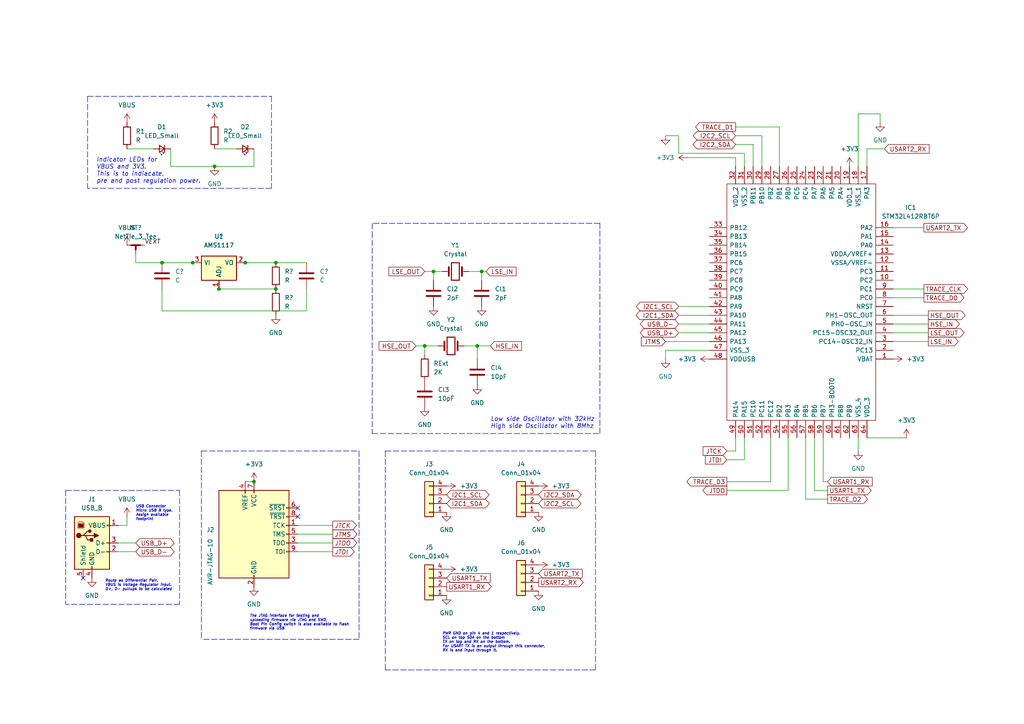
<source format=kicad_sch>
(kicad_sch (version 20211123) (generator eeschema)
  (paper "A4")
  (lib_symbols
    (symbol "Connector:AVR-JTAG-10" (pin_names (offset 1.016))
      (property "Reference" "J" (at -8.89 13.97 0))
      (property "Value" "AVR-JTAG-10" (at 1.27 13.97 0))
      (symbol "AVR-JTAG-10_0_1"
        (rectangle (start -2.667 12.7) (end -2.413 11.938))
        (rectangle (start -0.127 -11.938) (end 0.127 -12.7))
        (rectangle (start -0.127 12.7) (end 0.127 11.938))
        (rectangle (start 10.16 -4.953) (end 9.398 -5.207))
        (rectangle (start 10.16 -2.413) (end 9.398 -2.667))
        (rectangle (start 10.16 0.127) (end 9.398 -0.127))
        (rectangle (start 10.16 2.667) (end 9.398 2.413))
        (rectangle (start 10.16 5.207) (end 9.398 4.953))
        (rectangle (start 10.16 7.747) (end 9.398 7.493))
        (rectangle (start 10.16 12.7) (end -10.16 -12.7) (stroke (width 0.254)) (fill (type background)))
      )
      (symbol "AVR-JTAG-10_1_1"
        (pin passive line (at 12.7 2.54 180) (length 2.54) (name "TCK") (number "1"))
        (pin passive line (at 0 -15.24 90) (length 2.54) hide (name "GND") (number "10"))
        (pin passive line (at 0 -15.24 90) (length 2.54) (name "GND") (number "2"))
        (pin passive line (at 12.7 -2.54 180) (length 2.54) (name "TDO") (number "3"))
        (pin passive line (at -2.54 15.24 270) (length 2.54) (name "VREF") (number "4"))
        (pin passive line (at 12.7 0 180) (length 2.54) (name "TMS") (number "5"))
        (pin passive line (at 12.7 7.62 180) (length 2.54) (name "~{SRST}") (number "6"))
        (pin passive line (at 0 15.24 270) (length 2.54) (name "VCC") (number "7"))
        (pin passive line (at 12.7 5.08 180) (length 2.54) (name "~{TRST}") (number "8"))
        (pin passive line (at 12.7 -5.08 180) (length 2.54) (name "TDI") (number "9"))
      )
    )
    (symbol "Connector:USB_B" (pin_names (offset 1.016))
      (property "Reference" "J" (at -5.08 11.43 0))
      (property "Value" "USB_B" (at -5.08 8.89 0))
      (symbol "USB_B_0_1"
        (rectangle (start -5.08 -7.62) (end 5.08 7.62) (stroke (width 0.254)) (fill (type background)))
        (circle (center -3.81 2.159) (radius 0.635) (stroke (width 0.254)) (fill (type outline)))
        (rectangle (start -3.81 5.588) (end -2.54 4.572) (fill (type outline)))
        (circle (center -0.635 3.429) (radius 0.381) (stroke (width 0.254)) (fill (type outline)))
        (rectangle (start -0.127 -7.62) (end 0.127 -6.858))
        (polyline (pts (xy -1.905 2.159) (xy 0.635 2.159)) (stroke (width 0.254)))
        (polyline (pts (xy -3.175 2.159) (xy -2.54 2.159) (xy -1.27 3.429) (xy -0.635 3.429)) (stroke (width 0.254)))
        (polyline (pts (xy -2.54 2.159) (xy -1.905 2.159) (xy -1.27 0.889) (xy 0 0.889)) (stroke (width 0.254)))
        (polyline (pts (xy 0.635 2.794) (xy 0.635 1.524) (xy 1.905 2.159) (xy 0.635 2.794)) (stroke (width 0.254)) (fill (type outline)))
        (polyline (pts (xy -4.064 4.318) (xy -2.286 4.318) (xy -2.286 5.715) (xy -2.667 6.096) (xy -3.683 6.096) (xy -4.064 5.715) (xy -4.064 4.318)))
        (rectangle (start 0.254 1.27) (end -0.508 0.508) (stroke (width 0.254)) (fill (type outline)))
        (rectangle (start 5.08 -2.667) (end 4.318 -2.413))
        (rectangle (start 5.08 -0.127) (end 4.318 0.127))
        (rectangle (start 5.08 4.953) (end 4.318 5.207))
      )
      (symbol "USB_B_1_1"
        (pin power_out line (at 7.62 5.08 180) (length 2.54) (name "VBUS") (number "1"))
        (pin bidirectional line (at 7.62 -2.54 180) (length 2.54) (name "D-") (number "2"))
        (pin bidirectional line (at 7.62 0 180) (length 2.54) (name "D+") (number "3"))
        (pin power_out line (at 0 -10.16 90) (length 2.54) (name "GND") (number "4"))
        (pin passive line (at -2.54 -10.16 90) (length 2.54) (name "Shield") (number "5"))
      )
    )
    (symbol "Connector_Generic:Conn_01x04" (pin_names (offset 1.016) hide)
      (property "Reference" "J" (at 0 5.08 0))
      (property "Value" "Conn_01x04" (at 0 -7.62 0))
      (symbol "Conn_01x04_1_1"
        (rectangle (start -1.27 -4.953) (end 0 -5.207) (stroke (width 0.1524)))
        (rectangle (start -1.27 -2.413) (end 0 -2.667) (stroke (width 0.1524)))
        (rectangle (start -1.27 0.127) (end 0 -0.127) (stroke (width 0.1524)))
        (rectangle (start -1.27 2.667) (end 0 2.413) (stroke (width 0.1524)))
        (rectangle (start -1.27 3.81) (end 1.27 -6.35) (stroke (width 0.254)) (fill (type background)))
        (pin passive line (at -5.08 2.54 0) (length 3.81) (name "Pin_1") (number "1"))
        (pin passive line (at -5.08 0 0) (length 3.81) (name "Pin_2") (number "2"))
        (pin passive line (at -5.08 -2.54 0) (length 3.81) (name "Pin_3") (number "3"))
        (pin passive line (at -5.08 -5.08 0) (length 3.81) (name "Pin_4") (number "4"))
      )
    )
    (symbol "Device:C" (pin_numbers hide) (pin_names (offset 0.254))
      (property "Reference" "C" (at 0.635 2.54 0))
      (property "Value" "C" (at 0.635 -2.54 0))
      (symbol "C_0_1"
        (polyline (pts (xy -2.032 -0.762) (xy 2.032 -0.762)) (stroke (width 0.508)))
        (polyline (pts (xy -2.032 0.762) (xy 2.032 0.762)) (stroke (width 0.508)))
      )
      (symbol "C_1_1"
        (pin passive line (at 0 3.81 270) (length 2.794) (name "~") (number "1"))
        (pin passive line (at 0 -3.81 90) (length 2.794) (name "~") (number "2"))
      )
    )
    (symbol "Device:Crystal" (pin_numbers hide) (pin_names (offset 1.016) hide)
      (property "Reference" "Y" (at 0 3.81 0))
      (property "Value" "Crystal" (at 0 -3.81 0))
      (symbol "Crystal_0_1"
        (rectangle (start -1.143 2.54) (end 1.143 -2.54) (stroke (width 0.3048)))
        (polyline (pts (xy -2.54 0) (xy -1.905 0)))
        (polyline (pts (xy -1.905 -1.27) (xy -1.905 1.27)) (stroke (width 0.508)))
        (polyline (pts (xy 1.905 -1.27) (xy 1.905 1.27)) (stroke (width 0.508)))
        (polyline (pts (xy 2.54 0) (xy 1.905 0)))
      )
      (symbol "Crystal_1_1"
        (pin passive line (at -3.81 0 0) (length 1.27) (name "1") (number "1"))
        (pin passive line (at 3.81 0 180) (length 1.27) (name "2") (number "2"))
      )
    )
    (symbol "Device:LED_Small" (pin_numbers hide) (pin_names (offset 0.254) hide)
      (property "Reference" "D" (at -1.27 3.175 0))
      (property "Value" "LED_Small" (at -4.445 -2.54 0))
      (symbol "LED_Small_0_1"
        (polyline (pts (xy -0.762 -1.016) (xy -0.762 1.016)) (stroke (width 0.254)))
        (polyline (pts (xy 1.016 0) (xy -0.762 0)))
        (polyline (pts (xy 0.762 -1.016) (xy -0.762 0) (xy 0.762 1.016) (xy 0.762 -1.016)) (stroke (width 0.254)))
        (polyline (pts (xy 0 0.762) (xy -0.508 1.27) (xy -0.254 1.27) (xy -0.508 1.27) (xy -0.508 1.016)))
        (polyline (pts (xy 0.508 1.27) (xy 0 1.778) (xy 0.254 1.778) (xy 0 1.778) (xy 0 1.524)))
      )
      (symbol "LED_Small_1_1"
        (pin passive line (at -2.54 0 0) (length 1.778) (name "K") (number "1"))
        (pin passive line (at 2.54 0 180) (length 1.778) (name "A") (number "2"))
      )
    )
    (symbol "Device:NetTie_3_Tee" (pin_numbers hide) (pin_names (offset 0) hide)
      (property "Reference" "NT" (at 0 3.175 0))
      (property "Value" "NetTie_3_Tee" (at 0 1.27 0))
      (symbol "NetTie_3_Tee_0_1"
        (polyline (pts (xy -1.27 0) (xy 1.27 0)) (stroke (width 0.254)))
        (polyline (pts (xy -1.27 0) (xy 1.27 0)) (stroke (width 0.508)))
        (polyline (pts (xy 0 -2.54) (xy 0 -2.54)) (stroke (width 0.254)))
        (polyline (pts (xy 0 -1.27) (xy 0 0)) (stroke (width 0.508)))
      )
      (symbol "NetTie_3_Tee_1_1"
        (pin passive line (at -2.54 0 0) (length 2.54) (name "1") (number "1"))
        (pin passive line (at 2.54 0 180) (length 2.54) (name "2") (number "2"))
        (pin passive line (at 0 -2.54 90) (length 2.54) (name "3") (number "3"))
      )
    )
    (symbol "Device:R" (pin_numbers hide) (pin_names (offset 0))
      (property "Reference" "R" (at 2.032 0 90))
      (property "Value" "R" (at 0 0 90))
      (symbol "R_0_1"
        (rectangle (start -1.016 -2.54) (end 1.016 2.54) (stroke (width 0.254)))
      )
      (symbol "R_1_1"
        (pin passive line (at 0 3.81 270) (length 1.27) (name "~") (number "1"))
        (pin passive line (at 0 -3.81 90) (length 1.27) (name "~") (number "2"))
      )
    )
    (symbol "Regulator_Linear:AMS1117" (pin_names (offset 0.762))
      (property "Reference" "U" (at -3.81 3.175 0))
      (property "Value" "AMS1117" (at 0 3.175 0))
      (symbol "AMS1117_0_1"
        (rectangle (start -5.08 -5.08) (end 5.08 1.905) (stroke (width 0.254)) (fill (type background)))
      )
      (symbol "AMS1117_1_1"
        (pin input line (at 0 -7.62 90) (length 2.54) (name "ADJ") (number "1"))
        (pin power_out line (at 7.62 0 180) (length 2.54) (name "VO") (number "2"))
        (pin power_in line (at -7.62 0 0) (length 2.54) (name "VI") (number "3"))
      )
    )
    (symbol "STM32L412RBT6P:STM32L412RBT6P" (pin_names (offset 0.762))
      (property "Reference" "IC" (at 49.53 22.86 0))
      (property "Value" "STM32L412RBT6P" (at 49.53 20.32 0))
      (symbol "STM32L412RBT6P_0_0"
        (pin passive line (at 0 0 0) (length 5.08) (name "VBAT") (number "1"))
        (pin passive line (at 0 -22.86 0) (length 5.08) (name "PC2") (number "10"))
        (pin passive line (at 0 -25.4 0) (length 5.08) (name "PC3") (number "11"))
        (pin passive line (at 0 -27.94 0) (length 5.08) (name "VSSA/VREF-") (number "12"))
        (pin passive line (at 0 -30.48 0) (length 5.08) (name "VDDA/VREF+") (number "13"))
        (pin passive line (at 0 -33.02 0) (length 5.08) (name "PA0") (number "14"))
        (pin passive line (at 0 -35.56 0) (length 5.08) (name "PA1") (number "15"))
        (pin passive line (at 0 -38.1 0) (length 5.08) (name "PA2") (number "16"))
        (pin passive line (at 7.62 -55.88 90) (length 5.08) (name "PA3") (number "17"))
        (pin passive line (at 10.16 -55.88 90) (length 5.08) (name "VSS_1") (number "18"))
        (pin passive line (at 12.7 -55.88 90) (length 5.08) (name "VDD_1") (number "19"))
        (pin passive line (at 0 -2.54 0) (length 5.08) (name "PC13") (number "2"))
        (pin passive line (at 15.24 -55.88 90) (length 5.08) (name "PA4") (number "20"))
        (pin passive line (at 17.78 -55.88 90) (length 5.08) (name "PA5") (number "21"))
        (pin passive line (at 20.32 -55.88 90) (length 5.08) (name "PA6") (number "22"))
        (pin passive line (at 22.86 -55.88 90) (length 5.08) (name "PA7") (number "23"))
        (pin passive line (at 25.4 -55.88 90) (length 5.08) (name "PC4") (number "24"))
        (pin passive line (at 27.94 -55.88 90) (length 5.08) (name "PC5") (number "25"))
        (pin passive line (at 30.48 -55.88 90) (length 5.08) (name "PB0") (number "26"))
        (pin passive line (at 33.02 -55.88 90) (length 5.08) (name "PB1") (number "27"))
        (pin passive line (at 35.56 -55.88 90) (length 5.08) (name "PB2") (number "28"))
        (pin passive line (at 38.1 -55.88 90) (length 5.08) (name "PB10") (number "29"))
        (pin passive line (at 0 -5.08 0) (length 5.08) (name "PC14-OSC32_IN") (number "3"))
        (pin passive line (at 40.64 -55.88 90) (length 5.08) (name "PB11") (number "30"))
        (pin passive line (at 43.18 -55.88 90) (length 5.08) (name "VSS_2") (number "31"))
        (pin passive line (at 45.72 -55.88 90) (length 5.08) (name "VDD_2") (number "32"))
        (pin passive line (at 53.34 -38.1 180) (length 5.08) (name "PB12") (number "33"))
        (pin passive line (at 53.34 -35.56 180) (length 5.08) (name "PB13") (number "34"))
        (pin passive line (at 53.34 -33.02 180) (length 5.08) (name "PB14") (number "35"))
        (pin passive line (at 53.34 -30.48 180) (length 5.08) (name "PB15") (number "36"))
        (pin passive line (at 53.34 -27.94 180) (length 5.08) (name "PC6") (number "37"))
        (pin passive line (at 53.34 -25.4 180) (length 5.08) (name "PC7") (number "38"))
        (pin passive line (at 53.34 -22.86 180) (length 5.08) (name "PC8") (number "39"))
        (pin passive line (at 0 -7.62 0) (length 5.08) (name "PC15-OSC32_OUT") (number "4"))
        (pin passive line (at 53.34 -20.32 180) (length 5.08) (name "PC9") (number "40"))
        (pin passive line (at 53.34 -17.78 180) (length 5.08) (name "PA8") (number "41"))
        (pin passive line (at 53.34 -15.24 180) (length 5.08) (name "PA9") (number "42"))
        (pin passive line (at 53.34 -12.7 180) (length 5.08) (name "PA10") (number "43"))
        (pin passive line (at 53.34 -10.16 180) (length 5.08) (name "PA11") (number "44"))
        (pin passive line (at 53.34 -7.62 180) (length 5.08) (name "PA12") (number "45"))
        (pin passive line (at 53.34 -5.08 180) (length 5.08) (name "PA13") (number "46"))
        (pin passive line (at 53.34 -2.54 180) (length 5.08) (name "VSS_3") (number "47"))
        (pin passive line (at 53.34 0 180) (length 5.08) (name "VDDUSB") (number "48"))
        (pin passive line (at 45.72 22.86 270) (length 5.08) (name "PA14") (number "49"))
        (pin passive line (at 0 -10.16 0) (length 5.08) (name "PH0-OSC_IN") (number "5"))
        (pin passive line (at 43.18 22.86 270) (length 5.08) (name "PA15") (number "50"))
        (pin passive line (at 40.64 22.86 270) (length 5.08) (name "PC10") (number "51"))
        (pin passive line (at 38.1 22.86 270) (length 5.08) (name "PC11") (number "52"))
        (pin passive line (at 35.56 22.86 270) (length 5.08) (name "PC12") (number "53"))
        (pin passive line (at 33.02 22.86 270) (length 5.08) (name "PD2") (number "54"))
        (pin passive line (at 30.48 22.86 270) (length 5.08) (name "PB3") (number "55"))
        (pin passive line (at 27.94 22.86 270) (length 5.08) (name "PB4") (number "56"))
        (pin passive line (at 25.4 22.86 270) (length 5.08) (name "PB5") (number "57"))
        (pin passive line (at 22.86 22.86 270) (length 5.08) (name "PB6") (number "58"))
        (pin passive line (at 20.32 22.86 270) (length 5.08) (name "PB7") (number "59"))
        (pin passive line (at 0 -12.7 0) (length 5.08) (name "PH1-OSC_OUT") (number "6"))
        (pin passive line (at 17.78 22.86 270) (length 5.08) (name "PH3-BOOT0") (number "60"))
        (pin passive line (at 15.24 22.86 270) (length 5.08) (name "PB8") (number "61"))
        (pin passive line (at 12.7 22.86 270) (length 5.08) (name "PB9") (number "62"))
        (pin passive line (at 10.16 22.86 270) (length 5.08) (name "VSS_4") (number "63"))
        (pin passive line (at 7.62 22.86 270) (length 5.08) (name "VDD_3") (number "64"))
        (pin passive line (at 0 -15.24 0) (length 5.08) (name "NRST") (number "7"))
        (pin passive line (at 0 -17.78 0) (length 5.08) (name "PC0") (number "8"))
        (pin passive line (at 0 -20.32 0) (length 5.08) (name "PC1") (number "9"))
      )
      (symbol "STM32L412RBT6P_0_1"
        (polyline (pts (xy 5.08 17.78) (xy 48.26 17.78) (xy 48.26 -50.8) (xy 5.08 -50.8) (xy 5.08 17.78)) (stroke (width 0.1524)))
      )
    )
    (symbol "power:+3V3" (power) (pin_names (offset 0))
      (property "Value" "+3V3" (at 0 3.556 0))
      (symbol "+3V3_0_1"
        (polyline (pts (xy -0.762 1.27) (xy 0 2.54)))
        (polyline (pts (xy 0 0) (xy 0 2.54)))
        (polyline (pts (xy 0 2.54) (xy 0.762 1.27)))
      )
      (symbol "+3V3_1_1"
        (pin power_in line (at 0 0 90) (length 0) hide (name "+3V3") (number "1"))
      )
    )
    (symbol "power:GND" (power) (pin_names (offset 0))
      (property "Value" "GND" (at 0 -3.81 0))
      (symbol "GND_0_1"
        (polyline (pts (xy 0 0) (xy 0 -1.27) (xy 1.27 -1.27) (xy 0 -2.54) (xy -1.27 -1.27) (xy 0 -1.27)))
      )
      (symbol "GND_1_1"
        (pin power_in line (at 0 0 270) (length 0) hide (name "GND") (number "1"))
      )
    )
    (symbol "power:VBUS" (power) (pin_names (offset 0))
      (property "Value" "VBUS" (at 0 3.81 0))
      (symbol "VBUS_0_1"
        (polyline (pts (xy -0.762 1.27) (xy 0 2.54)))
        (polyline (pts (xy 0 0) (xy 0 2.54)))
        (polyline (pts (xy 0 2.54) (xy 0.762 1.27)))
      )
      (symbol "VBUS_1_1"
        (pin power_in line (at 0 0 90) (length 0) hide (name "VBUS") (number "1"))
      )
    )
  )
  (junction (at 125.73 78.74))
  (junction (at 62.23 48.26))
  (junction (at 123.19 100.33))
  (junction (at 55.88 76.2))
  (junction (at 71.12 76.2))
  (junction (at 63.5 83.82))
  (junction (at 73.66 139.7))
  (junction (at 80.01 83.82))
  (junction (at 139.7 78.74))
  (junction (at 80.01 76.2))
  (junction (at 46.99 76.2))
  (junction (at 138.43 100.33))
  (no_connect (at 86.36 149.86))
  (no_connect (at 24.13 167.64))
  (no_connect (at 86.36 147.32))
  (wire (pts (xy 86.36 160.02) (xy 96.52 160.02)))
  (wire (pts (xy 233.68 127) (xy 233.68 144.78)))
  (wire (pts (xy 36.83 43.18) (xy 44.45 43.18)))
  (wire (pts (xy 259.08 86.36) (xy 267.97 86.36)))
  (polyline (pts (xy 111.76 130.81) (xy 111.76 194.31)))
  (polyline (pts (xy 58.42 130.81) (xy 104.14 130.81)))
  (wire (pts (xy 86.36 152.4) (xy 96.52 152.4)))
  (wire (pts (xy 62.23 48.26) (xy 73.66 48.26)))
  (wire (pts (xy 135.89 78.74) (xy 139.7 78.74)))
  (wire (pts (xy 139.7 78.74) (xy 140.97 78.74)))
  (wire (pts (xy 215.9 127) (xy 215.9 133.35)))
  (polyline (pts (xy 52.07 175.26) (xy 19.05 175.26)))
  (wire (pts (xy 125.73 78.74) (xy 125.73 81.28)))
  (polyline (pts (xy 52.07 142.24) (xy 52.07 175.26)))
  (polyline (pts (xy 173.99 64.77) (xy 107.95 64.77)))
  (wire (pts (xy 63.5 83.82) (xy 80.01 83.82)))
  (wire (pts (xy 213.36 48.26) (xy 213.36 45.72)))
  (wire (pts (xy 196.85 96.52) (xy 205.74 96.52)))
  (wire (pts (xy 49.53 48.26) (xy 62.23 48.26)))
  (wire (pts (xy 223.52 127) (xy 223.52 139.7)))
  (wire (pts (xy 220.98 48.26) (xy 220.98 39.37)))
  (wire (pts (xy 226.06 36.83) (xy 213.36 36.83)))
  (wire (pts (xy 196.85 91.44) (xy 205.74 91.44)))
  (wire (pts (xy 139.7 78.74) (xy 139.7 81.28)))
  (wire (pts (xy 46.99 76.2) (xy 55.88 76.2)))
  (polyline (pts (xy 107.95 67.31) (xy 107.95 125.73)))
  (wire (pts (xy 73.66 43.18) (xy 73.66 48.26)))
  (polyline (pts (xy 78.74 27.94) (xy 78.74 54.61)))
  (wire (pts (xy 49.53 43.18) (xy 49.53 48.26)))
  (wire (pts (xy 46.99 83.82) (xy 46.99 90.17)))
  (polyline (pts (xy 58.42 130.81) (xy 58.42 185.42)))
  (wire (pts (xy 36.83 152.4) (xy 36.83 149.86)))
  (wire (pts (xy 233.68 144.78) (xy 240.03 144.78)))
  (polyline (pts (xy 78.74 54.61) (xy 25.4 54.61)))
  (polyline (pts (xy 107.95 64.77) (xy 107.95 67.31)))
  (wire (pts (xy 248.92 48.26) (xy 248.92 33.02)))
  (wire (pts (xy 196.85 44.45) (xy 196.85 39.37)))
  (wire (pts (xy 210.82 130.81) (xy 213.36 130.81)))
  (polyline (pts (xy 19.05 142.24) (xy 19.05 175.26)))
  (wire (pts (xy 259.08 91.44) (xy 269.24 91.44)))
  (wire (pts (xy 259.08 93.98) (xy 269.24 93.98)))
  (wire (pts (xy 228.6 127) (xy 228.6 142.24)))
  (polyline (pts (xy 172.72 194.31) (xy 111.76 194.31)))
  (wire (pts (xy 138.43 100.33) (xy 138.43 104.14)))
  (wire (pts (xy 210.82 133.35) (xy 215.9 133.35)))
  (wire (pts (xy 34.29 157.48) (xy 39.37 157.48)))
  (wire (pts (xy 71.12 76.2) (xy 80.01 76.2)))
  (wire (pts (xy 223.52 139.7) (xy 210.82 139.7)))
  (wire (pts (xy 193.04 104.14) (xy 193.04 101.6)))
  (wire (pts (xy 238.76 127) (xy 238.76 139.7)))
  (wire (pts (xy 228.6 142.24) (xy 210.82 142.24)))
  (wire (pts (xy 251.46 127) (xy 262.89 127)))
  (wire (pts (xy 62.23 43.18) (xy 68.58 43.18)))
  (polyline (pts (xy 25.4 27.94) (xy 78.74 27.94)))
  (wire (pts (xy 34.29 160.02) (xy 39.37 160.02)))
  (wire (pts (xy 120.65 100.33) (xy 123.19 100.33)))
  (wire (pts (xy 238.76 139.7) (xy 240.03 139.7)))
  (wire (pts (xy 71.12 139.7) (xy 73.66 139.7)))
  (wire (pts (xy 199.39 45.72) (xy 213.36 45.72)))
  (polyline (pts (xy 172.72 130.81) (xy 172.72 194.31)))
  (wire (pts (xy 240.03 142.24) (xy 236.22 142.24)))
  (wire (pts (xy 88.9 90.17) (xy 88.9 83.82)))
  (wire (pts (xy 259.08 96.52) (xy 269.24 96.52)))
  (wire (pts (xy 236.22 142.24) (xy 236.22 127)))
  (wire (pts (xy 213.36 41.91) (xy 218.44 41.91)))
  (wire (pts (xy 259.08 66.04) (xy 267.97 66.04)))
  (wire (pts (xy 226.06 48.26) (xy 226.06 36.83)))
  (wire (pts (xy 251.46 43.18) (xy 256.54 43.18)))
  (wire (pts (xy 86.36 154.94) (xy 96.52 154.94)))
  (wire (pts (xy 193.04 101.6) (xy 205.74 101.6)))
  (wire (pts (xy 213.36 127) (xy 213.36 130.81)))
  (wire (pts (xy 125.73 78.74) (xy 128.27 78.74)))
  (wire (pts (xy 196.85 93.98) (xy 205.74 93.98)))
  (wire (pts (xy 123.19 100.33) (xy 127 100.33)))
  (wire (pts (xy 39.37 73.66) (xy 39.37 76.2)))
  (wire (pts (xy 255.27 33.02) (xy 255.27 35.56)))
  (polyline (pts (xy 111.76 130.81) (xy 172.72 130.81)))
  (wire (pts (xy 86.36 157.48) (xy 96.52 157.48)))
  (wire (pts (xy 193.04 99.06) (xy 205.74 99.06)))
  (wire (pts (xy 248.92 33.02) (xy 255.27 33.02)))
  (wire (pts (xy 138.43 100.33) (xy 142.24 100.33)))
  (polyline (pts (xy 25.4 27.94) (xy 25.4 54.61)))
  (polyline (pts (xy 19.05 142.24) (xy 52.07 142.24)))
  (polyline (pts (xy 107.95 125.73) (xy 173.99 125.73)))
  (wire (pts (xy 218.44 41.91) (xy 218.44 48.26)))
  (wire (pts (xy 46.99 90.17) (xy 88.9 90.17)))
  (wire (pts (xy 39.37 76.2) (xy 46.99 76.2)))
  (wire (pts (xy 123.19 100.33) (xy 123.19 102.87)))
  (wire (pts (xy 248.92 127) (xy 248.92 130.81)))
  (wire (pts (xy 196.85 88.9) (xy 205.74 88.9)))
  (wire (pts (xy 215.9 48.26) (xy 215.9 44.45)))
  (wire (pts (xy 259.08 83.82) (xy 267.97 83.82)))
  (wire (pts (xy 34.29 152.4) (xy 36.83 152.4)))
  (polyline (pts (xy 104.14 130.81) (xy 104.14 185.42)))
  (wire (pts (xy 259.08 99.06) (xy 269.24 99.06)))
  (wire (pts (xy 134.62 100.33) (xy 138.43 100.33)))
  (wire (pts (xy 123.19 78.74) (xy 125.73 78.74)))
  (wire (pts (xy 220.98 39.37) (xy 213.36 39.37)))
  (wire (pts (xy 251.46 48.26) (xy 251.46 43.18)))
  (wire (pts (xy 80.01 76.2) (xy 88.9 76.2)))
  (wire (pts (xy 196.85 39.37) (xy 193.04 39.37)))
  (wire (pts (xy 196.85 44.45) (xy 215.9 44.45)))
  (polyline (pts (xy 173.99 125.73) (xy 173.99 64.77)))
  (polyline (pts (xy 104.14 185.42) (xy 58.42 185.42)))
  (text "Low side Oscillator with 32kHz\nHigh side Oscillator with 8Mhz" (at 142.24 124.46 0) (effects (font (size 1.27 1.27) italic) (justify left bottom)))
  (text "The JTAG interface for testing and\nuploading firmware via JTAG and SWD,\nBoot Pin Config switch is also available to flash \nfirmware via USB" (at 72.39 182.88 0) (effects (font (size 0.762 0.762) italic) (justify left bottom)))
  (text "USB Connector\nMicro USB B type.\nAssign available \nfootprint" (at 39.37 151.13 0) (effects (font (size 0.762 0.762) italic) (justify left bottom)))
  (text "Indicator LEDs for \nVBUS and 3V3.\nThis is to indiacate,\npre and post regulation power." (at 27.94 53.34 0) (effects (font (size 1.27 1.27) italic) (justify left bottom)))
  (text "Route as Differential Pair.\nVBUS is Voltage Regulator input.\nD+, D- pullups to be calculated" (at 30.48 171.45 0) (effects (font (size 0.762 0.762) italic) (justify left bottom)))
  (text "PWR GND on pin 4 and 1 respectively.\nSCL on top SDA on the bottom\nTX on top and RX on the bottom.\nFor USART TX is an output through this connector,\nRX is and input through it." (at 128.27 189.23 0) (effects (font (size 0.762 0.762) italic) (justify left bottom)))
  (label "VEXT" (at 41.91 71.12 0) (effects (font italic)))
  (global_label "TRACE_D1" (shape output) (at 213.36 36.83 180) (property "Intersheet References" "${INTERSHEET_REFS}" (effects hide)))
  (global_label "JTDI" (shape input) (at 210.82 133.35 180) (property "Intersheet References" "${INTERSHEET_REFS}" (effects hide)))
  (global_label "LSE_IN" (shape input) (at 140.97 78.74 0) (property "Intersheet References" "${INTERSHEET_REFS}" (effects hide)))
  (global_label "I2C2_SDA" (shape bidirectional) (at 213.36 41.91 180) (property "Intersheet References" "${INTERSHEET_REFS}" (effects hide)))
  (global_label "I2C2_SDA" (shape bidirectional) (at 156.21 143.51 0) (property "Intersheet References" "${INTERSHEET_REFS}" (effects hide)))
  (global_label "JTDI" (shape output) (at 96.52 160.02 0) (effects (font italic)) (property "Intersheet References" "${INTERSHEET_REFS}" (effects hide)))
  (global_label "USART2_RX" (shape input) (at 256.54 43.18 0) (property "Intersheet References" "${INTERSHEET_REFS}" (effects hide)))
  (global_label "JTDO" (shape output) (at 210.82 142.24 180) (property "Intersheet References" "${INTERSHEET_REFS}" (effects hide)))
  (global_label "USB_D-" (shape bidirectional) (at 39.37 160.02 0) (property "Intersheet References" "${INTERSHEET_REFS}" (effects hide)))
  (global_label "TRACE_D0" (shape output) (at 267.97 86.36 0) (property "Intersheet References" "${INTERSHEET_REFS}" (effects hide)))
  (global_label "LSE_OUT" (shape output) (at 269.24 96.52 0) (property "Intersheet References" "${INTERSHEET_REFS}" (effects hide)))
  (global_label "HSE_OUT" (shape input) (at 120.65 100.33 180) (property "Intersheet References" "${INTERSHEET_REFS}" (effects hide)))
  (global_label "TRACE_D2" (shape output) (at 240.03 144.78 0) (property "Intersheet References" "${INTERSHEET_REFS}" (effects hide)))
  (global_label "TRACE_CLK" (shape output) (at 267.97 83.82 0) (property "Intersheet References" "${INTERSHEET_REFS}" (effects hide)))
  (global_label "USART1_RX" (shape output) (at 129.54 170.18 0) (property "Intersheet References" "${INTERSHEET_REFS}" (effects hide)))
  (global_label "LSE_IN" (shape output) (at 269.24 99.06 0) (property "Intersheet References" "${INTERSHEET_REFS}" (effects hide)))
  (global_label "USB_D-" (shape bidirectional) (at 196.85 93.98 180) (property "Intersheet References" "${INTERSHEET_REFS}" (effects hide)))
  (global_label "TRACE_D3" (shape output) (at 210.82 139.7 180) (property "Intersheet References" "${INTERSHEET_REFS}" (effects hide)))
  (global_label "JTCK" (shape output) (at 96.52 152.4 0) (effects (font italic)) (property "Intersheet References" "${INTERSHEET_REFS}" (effects hide)))
  (global_label "USART1_RX" (shape input) (at 240.03 139.7 0) (property "Intersheet References" "${INTERSHEET_REFS}" (effects hide)))
  (global_label "HSE_IN" (shape input) (at 142.24 100.33 0) (property "Intersheet References" "${INTERSHEET_REFS}" (effects hide)))
  (global_label "I2C2_SCL" (shape bidirectional) (at 156.21 146.05 0) (property "Intersheet References" "${INTERSHEET_REFS}" (effects hide)))
  (global_label "USB_D+" (shape bidirectional) (at 39.37 157.48 0) (property "Intersheet References" "${INTERSHEET_REFS}" (effects hide)))
  (global_label "HSE_OUT" (shape output) (at 269.24 91.44 0) (property "Intersheet References" "${INTERSHEET_REFS}" (effects hide)))
  (global_label "USART2_RX" (shape output) (at 156.21 168.91 0) (property "Intersheet References" "${INTERSHEET_REFS}" (effects hide)))
  (global_label "USART1_TX" (shape output) (at 240.03 142.24 0) (property "Intersheet References" "${INTERSHEET_REFS}" (effects hide)))
  (global_label "JTMS" (shape output) (at 96.52 154.94 0) (effects (font italic)) (property "Intersheet References" "${INTERSHEET_REFS}" (effects hide)))
  (global_label "USART1_TX" (shape input) (at 129.54 167.64 0) (property "Intersheet References" "${INTERSHEET_REFS}" (effects hide)))
  (global_label "JTCK" (shape input) (at 210.82 130.81 180) (property "Intersheet References" "${INTERSHEET_REFS}" (effects hide)))
  (global_label "I2C1_SCL" (shape bidirectional) (at 129.54 143.51 0) (property "Intersheet References" "${INTERSHEET_REFS}" (effects hide)))
  (global_label "USART2_TX" (shape input) (at 156.21 166.37 0) (property "Intersheet References" "${INTERSHEET_REFS}" (effects hide)))
  (global_label "USB_D+" (shape bidirectional) (at 196.85 96.52 180) (property "Intersheet References" "${INTERSHEET_REFS}" (effects hide)))
  (global_label "HSE_IN" (shape output) (at 269.24 93.98 0) (property "Intersheet References" "${INTERSHEET_REFS}" (effects hide)))
  (global_label "I2C1_SDA" (shape bidirectional) (at 196.85 91.44 180) (property "Intersheet References" "${INTERSHEET_REFS}" (effects hide)))
  (global_label "I2C2_SCL" (shape bidirectional) (at 213.36 39.37 180) (property "Intersheet References" "${INTERSHEET_REFS}" (effects hide)))
  (global_label "I2C1_SDA" (shape bidirectional) (at 129.54 146.05 0) (property "Intersheet References" "${INTERSHEET_REFS}" (effects hide)))
  (global_label "JTDO" (shape output) (at 96.52 157.48 0) (effects (font italic)) (property "Intersheet References" "${INTERSHEET_REFS}" (effects hide)))
  (global_label "USART2_TX" (shape output) (at 267.97 66.04 0) (property "Intersheet References" "${INTERSHEET_REFS}" (effects hide)))
  (global_label "I2C1_SCL" (shape bidirectional) (at 196.85 88.9 180) (property "Intersheet References" "${INTERSHEET_REFS}" (effects hide)))
  (global_label "LSE_OUT" (shape input) (at 123.19 78.74 180) (property "Intersheet References" "${INTERSHEET_REFS}" (effects hide)))
  (global_label "JTMS" (shape input) (at 193.04 99.06 180) (property "Intersheet References" "${INTERSHEET_REFS}" (effects hide)))
  (symbol (lib_id "Connector_Generic:Conn_01x04") (at 151.13 146.05 180) (unit 1)
    (property "Reference" "J4" (at 151.13 134.62 0))
    (property "Value" "Conn_01x04" (at 151.13 137.16 0))
  )
  (symbol (lib_id "power:+3V3") (at 262.89 127 0) (unit 1)
    (property "Reference" "#PWR?" (effects hide))
    (property "Value" "+3V3" (at 262.89 121.92 0))
  )
  (symbol (lib_id "power:VBUS") (at 36.83 149.86 0) (unit 1)
    (property "Reference" "#PWR?" (effects hide))
    (property "Value" "VBUS" (at 36.83 144.78 0))
  )
  (symbol (lib_id "power:GND") (at 139.7 88.9 0) (unit 1)
    (property "Reference" "#PWR?" (effects hide))
    (property "Value" "GND" (at 139.7 93.98 0))
  )
  (symbol (lib_id "Device:C") (at 125.73 85.09 0) (unit 1)
    (property "Reference" "Cl2" (at 129.54 83.8199 0) (effects (justify left)))
    (property "Value" "2pF" (at 129.54 86.3599 0) (effects (justify left)))
  )
  (symbol (lib_id "power:+3V3") (at 129.54 165.1 270) (unit 1)
    (property "Reference" "#PWR?" (effects hide))
    (property "Value" "+3V3" (at 133.35 165.0999 90) (effects (justify left)))
  )
  (symbol (lib_id "power:+3V3") (at 156.21 140.97 270) (unit 1)
    (property "Reference" "#PWR?" (effects hide))
    (property "Value" "+3V3" (at 160.02 140.9699 90) (effects (justify left)))
  )
  (symbol (lib_id "power:GND") (at 62.23 48.26 0) (unit 1)
    (property "Reference" "#PWR?" (effects hide))
    (property "Value" "GND" (at 62.23 53.34 0))
  )
  (symbol (lib_id "Device:C") (at 139.7 85.09 0) (unit 1)
    (property "Reference" "Cl1" (at 143.51 83.8199 0) (effects (justify left)))
    (property "Value" "2pF" (at 143.51 86.3599 0) (effects (justify left)))
  )
  (symbol (lib_id "Device:Crystal") (at 130.81 100.33 0) (unit 1)
    (property "Reference" "Y2" (at 130.81 92.71 0))
    (property "Value" "Crystal" (at 130.81 95.25 0))
    (property "Footprint" "SamacSys_Parts:ECS80830QVSTR" (effects hide))
  )
  (symbol (lib_id "power:+3V3") (at 199.39 45.72 90) (unit 1)
    (property "Reference" "#PWR?" (effects hide))
    (property "Value" "+3V3" (at 195.58 45.7199 90) (effects (justify left)))
  )
  (symbol (lib_id "power:GND") (at 125.73 88.9 0) (unit 1)
    (property "Reference" "#PWR?" (effects hide))
    (property "Value" "GND" (at 125.73 93.98 0))
  )
  (symbol (lib_id "power:+3V3") (at 259.08 104.14 270) (unit 1)
    (property "Reference" "#PWR?" (effects hide))
    (property "Value" "+3V3" (at 262.89 104.1399 90) (effects (justify left)))
  )
  (symbol (lib_id "Device:R") (at 62.23 39.37 0) (unit 1)
    (property "Reference" "R2" (at 64.77 38.0999 0) (effects (justify left)))
    (property "Value" "R" (at 64.77 40.6399 0) (effects (justify left)))
  )
  (symbol (lib_id "power:GND") (at 156.21 171.45 0) (unit 1)
    (property "Reference" "#PWR?" (effects hide))
    (property "Value" "GND" (at 156.21 176.53 0))
  )
  (symbol (lib_id "power:+3V3") (at 62.23 35.56 0) (unit 1)
    (property "Reference" "#PWR?" (effects hide))
    (property "Value" "+3V3" (at 62.23 30.48 0))
  )
  (symbol (lib_id "Device:C") (at 46.99 80.01 0) (unit 1)
    (property "Reference" "C?" (at 50.8 78.7399 0) (effects (justify left)))
    (property "Value" "C" (at 50.8 81.2799 0) (effects (justify left)))
  )
  (symbol (lib_id "Connector:USB_B") (at 26.67 157.48 0) (unit 1)
    (property "Reference" "J1" (at 26.67 144.78 0))
    (property "Value" "USB_B" (at 26.67 147.32 0))
    (property "Footprint" "Connector_USB:USB_Micro-B_Amphenol_10104110_Horizontal" (effects hide))
    (property "Datasheet" " ~" (effects hide))
  )
  (symbol (lib_id "Device:C") (at 88.9 80.01 0) (unit 1)
    (property "Reference" "C?" (at 92.71 78.7399 0) (effects (justify left)))
    (property "Value" "C" (at 92.71 81.2799 0) (effects (justify left)))
  )
  (symbol (lib_id "power:GND") (at 248.92 130.81 0) (unit 1)
    (property "Reference" "#PWR?" (effects hide))
    (property "Value" "GND" (at 248.92 135.89 0))
  )
  (symbol (lib_id "Connector_Generic:Conn_01x04") (at 124.46 146.05 180) (unit 1)
    (property "Reference" "J3" (at 124.46 134.62 0))
    (property "Value" "Conn_01x04" (at 124.46 137.16 0))
  )
  (symbol (lib_id "power:GND") (at 129.54 148.59 0) (unit 1)
    (property "Reference" "#PWR?" (effects hide))
    (property "Value" "GND" (at 129.54 153.67 0))
  )
  (symbol (lib_id "Device:R") (at 123.19 106.68 0) (unit 1)
    (property "Reference" "RExt" (at 125.73 105.4099 0) (effects (justify left)))
    (property "Value" "2K" (at 125.73 107.9499 0) (effects (justify left)))
  )
  (symbol (lib_id "power:VBUS") (at 36.83 71.12 0) (unit 1)
    (property "Reference" "#PWR?" (effects hide))
    (property "Value" "VBUS" (at 36.83 66.04 0))
  )
  (symbol (lib_id "power:+3V3") (at 246.38 48.26 0) (unit 1)
    (property "Reference" "#PWR?" (effects hide))
    (property "Value" "+3V3" (at 246.38 43.18 0))
  )
  (symbol (lib_id "Device:Crystal") (at 132.08 78.74 0) (unit 1)
    (property "Reference" "Y1" (at 132.08 71.12 0))
    (property "Value" "Crystal" (at 132.08 73.66 0))
    (property "Footprint" "SamacSys_Parts:ABS05W32768KHZD2T" (effects hide))
  )
  (symbol (lib_id "power:+3V3") (at 205.74 104.14 90) (unit 1)
    (property "Reference" "#PWR?" (effects hide))
    (property "Value" "+3V3" (at 201.93 104.1399 90) (effects (justify left)))
  )
  (symbol (lib_id "Device:NetTie_3_Tee") (at 39.37 71.12 0) (unit 1)
    (property "Reference" "NT?" (at 39.37 66.04 0))
    (property "Value" "NetTie_3_Tee" (at 39.37 68.58 0))
  )
  (symbol (lib_id "power:GND") (at 123.19 118.11 0) (unit 1)
    (property "Reference" "#PWR?" (effects hide))
    (property "Value" "GND" (at 123.19 123.19 0))
  )
  (symbol (lib_id "power:GND") (at 73.66 170.18 0) (unit 1)
    (property "Reference" "#PWR?" (effects hide))
    (property "Value" "GND" (at 73.66 175.26 0))
  )
  (symbol (lib_id "power:GND") (at 26.67 167.64 0) (unit 1)
    (property "Reference" "#PWR?" (effects hide))
    (property "Value" "GND" (at 26.67 172.72 0))
  )
  (symbol (lib_id "STM32L412RBT6P:STM32L412RBT6P") (at 259.08 104.14 180) (unit 1)
    (property "Reference" "IC1" (at 264.16 60.2105 0))
    (property "Value" "STM32L412RBT6P" (at 264.16 62.7505 0))
    (property "Footprint" "QFP50P1200X1200X160-64N" (effects hide))
    (property "Datasheet" "https://www.st.com/resource/en/datasheet/stm32l412c8.pdf" (effects hide))
    (property "Description" "ARM Microcontrollers - MCU" (effects hide))
    (property "Height" "1.6" (effects hide))
    (property "Mouser Part Number" "511-STM32L412RBT6P" (effects hide))
    (property "Mouser Price/Stock" "https://www.mouser.co.uk/ProductDetail/STMicroelectronics/STM32L412RBT6P?qs=l7cgNqFNU1hh%252BU1wOZs5Xg%3D%3D" (effects hide))
    (property "Manufacturer_Name" "STMicroelectronics" (effects hide))
    (property "Manufacturer_Part_Number" "STM32L412RBT6P" (effects hide))
  )
  (symbol (lib_id "power:GND") (at 255.27 35.56 0) (unit 1)
    (property "Reference" "#PWR?" (effects hide))
    (property "Value" "GND" (at 255.27 40.64 0))
  )
  (symbol (lib_id "Connector:AVR-JTAG-10") (at 73.66 154.94 0) (unit 1)
    (property "Reference" "J2" (at 62.23 153.6699 0) (effects (justify right)))
    (property "Value" "AVR-JTAG-10" (at 60.96 156.21 90) (effects (justify right)))
    (property "Datasheet" " ~" (effects hide))
  )
  (symbol (lib_id "Regulator_Linear:AMS1117") (at 63.5 76.2 0) (unit 1)
    (property "Reference" "U?" (at 63.5 68.58 0))
    (property "Value" "AMS1117" (at 63.5 71.12 0))
    (property "Footprint" "Package_TO_SOT_SMD:SOT-223-3_TabPin2" (effects hide))
    (property "Datasheet" "http://www.advanced-monolithic.com/pdf/ds1117.pdf" (effects hide))
  )
  (symbol (lib_id "power:GND") (at 138.43 111.76 0) (unit 1)
    (property "Reference" "#PWR?" (effects hide))
    (property "Value" "GND" (at 138.43 116.84 0))
  )
  (symbol (lib_id "power:+3V3") (at 129.54 140.97 270) (unit 1)
    (property "Reference" "#PWR?" (effects hide))
    (property "Value" "+3V3" (at 133.35 140.9699 90) (effects (justify left)))
  )
  (symbol (lib_id "power:+3V3") (at 156.21 163.83 270) (unit 1)
    (property "Reference" "#PWR?" (effects hide))
    (property "Value" "+3V3" (at 160.02 163.8299 90) (effects (justify left)))
  )
  (symbol (lib_id "power:GND") (at 156.21 148.59 0) (unit 1)
    (property "Reference" "#PWR?" (effects hide))
    (property "Value" "GND" (at 156.21 153.67 0))
  )
  (symbol (lib_id "Device:LED_Small") (at 71.12 43.18 180) (unit 1)
    (property "Reference" "D2" (at 71.0565 36.83 0))
    (property "Value" "LED_Small" (at 71.0565 39.37 0))
  )
  (symbol (lib_id "power:GND") (at 193.04 39.37 0) (unit 1)
    (property "Reference" "#PWR?" (effects hide))
    (property "Value" "GND" (effects hide))
  )
  (symbol (lib_id "Connector_Generic:Conn_01x04") (at 124.46 170.18 180) (unit 1)
    (property "Reference" "J5" (at 124.46 158.75 0))
    (property "Value" "Conn_01x04" (at 124.46 161.29 0))
  )
  (symbol (lib_id "Device:LED_Small") (at 46.99 43.18 180) (unit 1)
    (property "Reference" "D1" (at 46.9265 36.83 0))
    (property "Value" "LED_Small" (at 46.9265 39.37 0))
  )
  (symbol (lib_id "power:+3V3") (at 73.66 139.7 0) (unit 1)
    (property "Reference" "#PWR?" (effects hide))
    (property "Value" "+3V3" (at 73.66 134.62 0))
  )
  (symbol (lib_id "Connector_Generic:Conn_01x04") (at 151.13 168.91 180) (unit 1)
    (property "Reference" "J6" (at 151.13 157.48 0))
    (property "Value" "Conn_01x04" (at 151.13 160.02 0))
  )
  (symbol (lib_id "Device:C") (at 123.19 114.3 0) (unit 1)
    (property "Reference" "Cl3" (at 127 113.0299 0) (effects (justify left)))
    (property "Value" "10pF" (at 127 115.5699 0) (effects (justify left)))
  )
  (symbol (lib_id "Device:C") (at 138.43 107.95 0) (unit 1)
    (property "Reference" "Cl4" (at 142.24 106.6799 0) (effects (justify left)))
    (property "Value" "10pF" (at 142.24 109.2199 0) (effects (justify left)))
  )
  (symbol (lib_id "Device:R") (at 80.01 80.01 0) (unit 1)
    (property "Reference" "R?" (at 82.55 78.7399 0) (effects (justify left)))
    (property "Value" "R" (at 82.55 81.2799 0) (effects (justify left)))
  )
  (symbol (lib_id "Regulator_Linear:AMS1117") (at 63.5 76.2 0) (unit 1)
    (property "Reference" "U1" (at 63.5 68.58 0))
    (property "Value" "AMS1117" (at 63.5 71.12 0))
    (property "Footprint" "Package_TO_SOT_SMD:SOT-223-3_TabPin2" (effects hide))
    (property "Datasheet" "http://www.advanced-monolithic.com/pdf/ds1117.pdf" (effects hide))
  )
  (symbol (lib_id "Device:R") (at 80.01 87.63 0) (unit 1)
    (property "Reference" "R?" (at 82.55 86.3599 0) (effects (justify left)))
    (property "Value" "R" (at 82.55 88.8999 0) (effects (justify left)))
  )
  (symbol (lib_id "Device:R") (at 36.83 39.37 0) (unit 1)
    (property "Reference" "R1" (at 39.37 38.0999 0) (effects (justify left)))
    (property "Value" "R" (at 39.37 40.6399 0) (effects (justify left)))
  )
  (symbol (lib_id "power:VBUS") (at 36.83 35.56 0) (unit 1)
    (property "Reference" "#PWR?" (effects hide))
    (property "Value" "VBUS" (at 36.83 30.48 0))
  )
  (symbol (lib_id "power:GND") (at 129.54 172.72 0) (unit 1)
    (property "Reference" "#PWR?" (effects hide))
    (property "Value" "GND" (at 129.54 177.8 0))
  )
  (symbol (lib_id "power:GND") (at 80.01 91.44 0) (unit 1)
    (property "Reference" "#PWR?" (effects hide))
    (property "Value" "GND" (at 80.01 96.52 0))
  )
  (symbol (lib_id "power:GND") (at 193.04 104.14 0) (unit 1)
    (property "Reference" "#PWR?" (effects hide))
    (property "Value" "GND" (at 193.04 109.22 0))
  )
)
</source>
